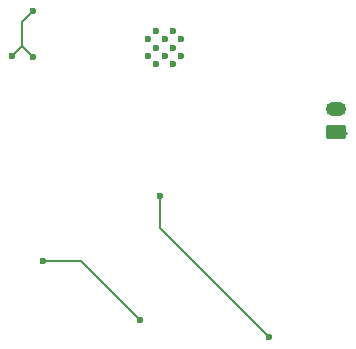
<source format=gbr>
%TF.GenerationSoftware,KiCad,Pcbnew,8.0.8-8.0.8-0~ubuntu24.04.1*%
%TF.CreationDate,2025-08-02T17:34:14-04:00*%
%TF.ProjectId,electronics,656c6563-7472-46f6-9e69-63732e6b6963,rev?*%
%TF.SameCoordinates,Original*%
%TF.FileFunction,Copper,L2,Bot*%
%TF.FilePolarity,Positive*%
%FSLAX46Y46*%
G04 Gerber Fmt 4.6, Leading zero omitted, Abs format (unit mm)*
G04 Created by KiCad (PCBNEW 8.0.8-8.0.8-0~ubuntu24.04.1) date 2025-08-02 17:34:14*
%MOMM*%
%LPD*%
G01*
G04 APERTURE LIST*
G04 Aperture macros list*
%AMRoundRect*
0 Rectangle with rounded corners*
0 $1 Rounding radius*
0 $2 $3 $4 $5 $6 $7 $8 $9 X,Y pos of 4 corners*
0 Add a 4 corners polygon primitive as box body*
4,1,4,$2,$3,$4,$5,$6,$7,$8,$9,$2,$3,0*
0 Add four circle primitives for the rounded corners*
1,1,$1+$1,$2,$3*
1,1,$1+$1,$4,$5*
1,1,$1+$1,$6,$7*
1,1,$1+$1,$8,$9*
0 Add four rect primitives between the rounded corners*
20,1,$1+$1,$2,$3,$4,$5,0*
20,1,$1+$1,$4,$5,$6,$7,0*
20,1,$1+$1,$6,$7,$8,$9,0*
20,1,$1+$1,$8,$9,$2,$3,0*%
G04 Aperture macros list end*
%TA.AperFunction,HeatsinkPad*%
%ADD10C,0.600000*%
%TD*%
%TA.AperFunction,ComponentPad*%
%ADD11RoundRect,0.250000X0.625000X-0.350000X0.625000X0.350000X-0.625000X0.350000X-0.625000X-0.350000X0*%
%TD*%
%TA.AperFunction,ComponentPad*%
%ADD12O,1.750000X1.200000*%
%TD*%
%TA.AperFunction,ViaPad*%
%ADD13C,0.600000*%
%TD*%
%TA.AperFunction,Conductor*%
%ADD14C,0.200000*%
%TD*%
G04 APERTURE END LIST*
D10*
%TO.P,U1,41,GND*%
%TO.N,GND*%
X140120000Y-86330000D03*
X140120000Y-87730000D03*
X140820000Y-85630000D03*
X140820000Y-87030000D03*
X140820000Y-88430000D03*
X141520000Y-86330000D03*
X141520000Y-87730000D03*
X142220000Y-85630000D03*
X142220000Y-87030000D03*
X142220000Y-88430000D03*
X142920000Y-86330000D03*
X142920000Y-87730000D03*
%TD*%
D11*
%TO.P,BT1,1,+*%
%TO.N,Net-(BT1-+)*%
X156060000Y-94220000D03*
D12*
%TO.P,BT1,2,-*%
%TO.N,GND*%
X156060000Y-92220000D03*
%TD*%
D13*
%TO.N,GND*%
X128600000Y-87760000D03*
X130410000Y-87830000D03*
%TO.N,Net-(U5-VI)*%
X139470000Y-110120000D03*
X131190000Y-105080000D03*
%TO.N,/BZR*%
X150320000Y-111550000D03*
X141100000Y-99630000D03*
%TO.N,GND*%
X130380000Y-83970000D03*
%TD*%
D14*
%TO.N,GND*%
X129460000Y-86640000D02*
X129460000Y-84890000D01*
X129460000Y-86790000D02*
X129460000Y-86640000D01*
X129460000Y-86640000D02*
X129460000Y-86900000D01*
X129460000Y-86900000D02*
X128600000Y-87760000D01*
X129460000Y-86790000D02*
X129460000Y-86880000D01*
X129460000Y-86880000D02*
X130410000Y-87830000D01*
X129460000Y-84890000D02*
X130380000Y-83970000D01*
%TO.N,Net-(U5-VI)*%
X134430000Y-105080000D02*
X139470000Y-110120000D01*
X131190000Y-105080000D02*
X134430000Y-105080000D01*
%TO.N,/BZR*%
X141100000Y-102330000D02*
X150320000Y-111550000D01*
X141100000Y-99630000D02*
X141100000Y-102330000D01*
%TO.N,Net-(BT1-+)*%
X156750000Y-94160000D02*
X156920000Y-94330000D01*
%TD*%
M02*

</source>
